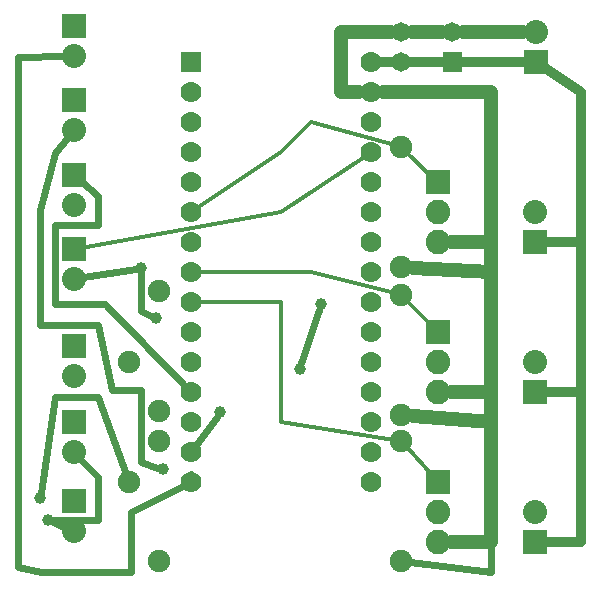
<source format=gbl>
G04 MADE WITH FRITZING*
G04 WWW.FRITZING.ORG*
G04 DOUBLE SIDED*
G04 HOLES PLATED*
G04 CONTOUR ON CENTER OF CONTOUR VECTOR*
%ASAXBY*%
%FSLAX23Y23*%
%MOIN*%
%OFA0B0*%
%SFA1.0B1.0*%
%ADD10C,0.070000*%
%ADD11C,0.080000*%
%ADD12C,0.082000*%
%ADD13C,0.075000*%
%ADD14C,0.065000*%
%ADD15C,0.039370*%
%ADD16R,0.069972X0.070000*%
%ADD17R,0.080000X0.080000*%
%ADD18R,0.082000X0.082000*%
%ADD19C,0.032000*%
%ADD20C,0.012000*%
%ADD21C,0.048000*%
%ADD22C,0.024000*%
%ADD23R,0.001000X0.001000*%
%LNCOPPER0*%
G90*
G70*
G54D10*
X611Y1730D03*
X611Y1630D03*
X611Y1530D03*
X611Y1430D03*
X611Y1330D03*
X611Y1230D03*
X611Y1130D03*
X611Y1030D03*
X611Y930D03*
X611Y830D03*
X611Y730D03*
X611Y630D03*
X611Y530D03*
X611Y430D03*
X611Y330D03*
X1211Y1730D03*
X1211Y1630D03*
X1211Y1530D03*
X1211Y1430D03*
X1211Y1330D03*
X1211Y1230D03*
X1211Y1130D03*
X1211Y1030D03*
X1211Y930D03*
X1211Y830D03*
X1211Y730D03*
X1211Y630D03*
X1211Y530D03*
X1211Y430D03*
X1211Y330D03*
G54D11*
X1759Y1730D03*
X1759Y1830D03*
X219Y267D03*
X219Y167D03*
X219Y530D03*
X219Y430D03*
X219Y786D03*
X219Y686D03*
X219Y1108D03*
X219Y1008D03*
X219Y1356D03*
X219Y1256D03*
X219Y1604D03*
X219Y1504D03*
X219Y1852D03*
X219Y1752D03*
X1756Y1130D03*
X1756Y1230D03*
X1756Y630D03*
X1756Y730D03*
X1756Y130D03*
X1756Y230D03*
G54D12*
X1433Y330D03*
X1433Y230D03*
X1433Y130D03*
X1433Y830D03*
X1433Y730D03*
X1433Y630D03*
X1433Y1330D03*
X1433Y1230D03*
X1433Y1130D03*
G54D13*
X504Y567D03*
X504Y967D03*
X404Y330D03*
X404Y730D03*
X504Y467D03*
X504Y67D03*
X1311Y467D03*
X1311Y67D03*
X1311Y956D03*
X1311Y556D03*
X1311Y1449D03*
X1311Y1049D03*
G54D14*
X1481Y1830D03*
X1481Y1730D03*
X1311Y1730D03*
X1311Y1830D03*
G54D15*
X516Y373D03*
X1044Y925D03*
X972Y709D03*
X708Y565D03*
X108Y277D03*
X132Y205D03*
X444Y1045D03*
X492Y877D03*
G54D16*
X611Y1730D03*
G54D17*
X1759Y1730D03*
X219Y267D03*
X219Y530D03*
X219Y786D03*
X219Y1108D03*
X219Y1356D03*
X219Y1604D03*
X219Y1852D03*
X1756Y1130D03*
X1756Y630D03*
X1756Y130D03*
G54D18*
X1433Y330D03*
X1433Y830D03*
X1433Y1330D03*
G54D19*
X1911Y1630D02*
X1911Y1130D01*
D02*
X1911Y1130D02*
X1792Y1130D01*
D02*
X1790Y1710D02*
X1911Y1630D01*
D02*
X1911Y1130D02*
X1911Y630D01*
D02*
X1911Y630D02*
X1792Y630D01*
D02*
X1792Y1130D02*
X1911Y1130D01*
D02*
X1911Y630D02*
X1911Y130D01*
D02*
X1911Y130D02*
X1792Y130D01*
D02*
X1792Y630D02*
X1911Y630D01*
G54D20*
D02*
X1328Y1432D02*
X1414Y1348D01*
D02*
X1327Y939D02*
X1415Y849D01*
D02*
X1326Y450D02*
X1416Y350D01*
G54D21*
D02*
X1111Y1830D02*
X1275Y1830D01*
D02*
X1111Y1630D02*
X1111Y1830D01*
D02*
X1171Y1630D02*
X1111Y1630D01*
D02*
X1517Y1830D02*
X1717Y1830D01*
D02*
X1411Y1830D02*
X1445Y1830D01*
D02*
X1347Y1830D02*
X1411Y1830D01*
D02*
X1611Y1130D02*
X1477Y1130D01*
D02*
X1611Y1630D02*
X1611Y1130D01*
D02*
X1251Y1630D02*
X1611Y1630D01*
D02*
X1611Y1030D02*
X1351Y1046D01*
D02*
X1611Y1130D02*
X1611Y1030D01*
D02*
X1477Y1130D02*
X1611Y1130D01*
D02*
X1611Y630D02*
X1477Y630D01*
D02*
X1611Y1030D02*
X1611Y630D01*
D02*
X1351Y1046D02*
X1611Y1030D01*
D02*
X1611Y530D02*
X1351Y552D01*
D02*
X1611Y630D02*
X1611Y530D01*
D02*
X1477Y630D02*
X1611Y630D01*
D02*
X1611Y130D02*
X1477Y130D01*
D02*
X1611Y530D02*
X1611Y130D01*
D02*
X1351Y552D02*
X1611Y530D01*
G54D22*
D02*
X1611Y30D02*
X1340Y64D01*
D02*
X1611Y130D02*
X1611Y30D01*
D02*
X1465Y130D02*
X1611Y130D01*
G54D20*
D02*
X911Y1430D02*
X631Y1243D01*
D02*
X1011Y1530D02*
X911Y1430D01*
D02*
X1289Y1455D02*
X1011Y1530D01*
D02*
X911Y1230D02*
X244Y1112D01*
D02*
X1192Y1417D02*
X911Y1230D01*
D02*
X911Y930D02*
X635Y930D01*
D02*
X911Y530D02*
X911Y930D01*
D02*
X1288Y471D02*
X911Y530D01*
D02*
X1289Y961D02*
X1011Y1030D01*
D02*
X1011Y1030D02*
X635Y1030D01*
G54D19*
D02*
X1411Y1730D02*
X1451Y1730D01*
D02*
X1342Y1730D02*
X1411Y1730D01*
D02*
X1246Y1730D02*
X1281Y1730D01*
D02*
X1611Y1730D02*
X1723Y1730D01*
D02*
X1512Y1730D02*
X1611Y1730D01*
G54D22*
D02*
X33Y47D02*
X33Y1747D01*
D02*
X411Y230D02*
X411Y30D01*
D02*
X411Y30D02*
X111Y30D01*
D02*
X611Y330D02*
X411Y230D01*
D02*
X111Y30D02*
X33Y47D01*
D02*
X33Y1747D02*
X187Y1751D01*
D02*
X611Y359D02*
X611Y330D01*
D02*
X242Y1335D02*
X300Y1284D01*
X300Y1285D02*
X300Y1189D01*
X300Y1189D02*
X156Y1189D01*
X156Y1189D02*
X156Y925D01*
X156Y925D02*
X324Y925D01*
X324Y925D02*
X591Y651D01*
D02*
X199Y1480D02*
X156Y1429D01*
X156Y1429D02*
X108Y1237D01*
X108Y1237D02*
X108Y853D01*
X108Y853D02*
X300Y853D01*
X300Y853D02*
X348Y637D01*
X348Y637D02*
X444Y637D01*
X444Y637D02*
X444Y397D01*
X444Y397D02*
X498Y379D01*
D02*
X1038Y906D02*
X978Y727D01*
D02*
X697Y549D02*
X628Y454D01*
D02*
X111Y295D02*
X156Y613D01*
X156Y613D02*
X300Y613D01*
X300Y613D02*
X394Y357D01*
D02*
X241Y408D02*
X300Y349D01*
X300Y349D02*
X300Y205D01*
X300Y205D02*
X151Y205D01*
D02*
X444Y1026D02*
X444Y901D01*
X444Y901D02*
X475Y885D01*
D02*
X190Y179D02*
X149Y197D01*
D02*
X249Y1013D02*
X425Y1041D01*
G54D23*
X1449Y1763D02*
X1513Y1763D01*
X1449Y1762D02*
X1513Y1762D01*
X1449Y1761D02*
X1513Y1761D01*
X1449Y1760D02*
X1513Y1760D01*
X1449Y1759D02*
X1513Y1759D01*
X1449Y1758D02*
X1513Y1758D01*
X1449Y1757D02*
X1513Y1757D01*
X1449Y1756D02*
X1513Y1756D01*
X1449Y1755D02*
X1513Y1755D01*
X1449Y1754D02*
X1513Y1754D01*
X1449Y1753D02*
X1513Y1753D01*
X1449Y1752D02*
X1513Y1752D01*
X1449Y1751D02*
X1513Y1751D01*
X1449Y1750D02*
X1513Y1750D01*
X1449Y1749D02*
X1513Y1749D01*
X1449Y1748D02*
X1513Y1748D01*
X1449Y1747D02*
X1513Y1747D01*
X1449Y1746D02*
X1513Y1746D01*
X1449Y1745D02*
X1513Y1745D01*
X1449Y1744D02*
X1476Y1744D01*
X1486Y1744D02*
X1513Y1744D01*
X1449Y1743D02*
X1473Y1743D01*
X1488Y1743D02*
X1513Y1743D01*
X1449Y1742D02*
X1472Y1742D01*
X1489Y1742D02*
X1513Y1742D01*
X1449Y1741D02*
X1471Y1741D01*
X1491Y1741D02*
X1513Y1741D01*
X1449Y1740D02*
X1470Y1740D01*
X1491Y1740D02*
X1513Y1740D01*
X1449Y1739D02*
X1469Y1739D01*
X1492Y1739D02*
X1513Y1739D01*
X1449Y1738D02*
X1468Y1738D01*
X1493Y1738D02*
X1513Y1738D01*
X1449Y1737D02*
X1468Y1737D01*
X1493Y1737D02*
X1513Y1737D01*
X1449Y1736D02*
X1467Y1736D01*
X1494Y1736D02*
X1513Y1736D01*
X1449Y1735D02*
X1467Y1735D01*
X1494Y1735D02*
X1513Y1735D01*
X1449Y1734D02*
X1467Y1734D01*
X1495Y1734D02*
X1513Y1734D01*
X1449Y1733D02*
X1466Y1733D01*
X1495Y1733D02*
X1513Y1733D01*
X1449Y1732D02*
X1466Y1732D01*
X1495Y1732D02*
X1513Y1732D01*
X1449Y1731D02*
X1466Y1731D01*
X1495Y1731D02*
X1513Y1731D01*
X1449Y1730D02*
X1466Y1730D01*
X1495Y1730D02*
X1513Y1730D01*
X1449Y1729D02*
X1466Y1729D01*
X1495Y1729D02*
X1513Y1729D01*
X1449Y1728D02*
X1467Y1728D01*
X1495Y1728D02*
X1513Y1728D01*
X1449Y1727D02*
X1467Y1727D01*
X1494Y1727D02*
X1513Y1727D01*
X1449Y1726D02*
X1467Y1726D01*
X1494Y1726D02*
X1513Y1726D01*
X1449Y1725D02*
X1468Y1725D01*
X1493Y1725D02*
X1513Y1725D01*
X1449Y1724D02*
X1468Y1724D01*
X1493Y1724D02*
X1513Y1724D01*
X1449Y1723D02*
X1469Y1723D01*
X1492Y1723D02*
X1513Y1723D01*
X1449Y1722D02*
X1470Y1722D01*
X1491Y1722D02*
X1513Y1722D01*
X1449Y1721D02*
X1471Y1721D01*
X1490Y1721D02*
X1513Y1721D01*
X1449Y1720D02*
X1472Y1720D01*
X1489Y1720D02*
X1513Y1720D01*
X1449Y1719D02*
X1473Y1719D01*
X1488Y1719D02*
X1513Y1719D01*
X1449Y1718D02*
X1476Y1718D01*
X1485Y1718D02*
X1513Y1718D01*
X1449Y1717D02*
X1513Y1717D01*
X1449Y1716D02*
X1513Y1716D01*
X1449Y1715D02*
X1513Y1715D01*
X1449Y1714D02*
X1513Y1714D01*
X1449Y1713D02*
X1513Y1713D01*
X1449Y1712D02*
X1513Y1712D01*
X1449Y1711D02*
X1513Y1711D01*
X1449Y1710D02*
X1513Y1710D01*
X1449Y1709D02*
X1513Y1709D01*
X1449Y1708D02*
X1513Y1708D01*
X1449Y1707D02*
X1513Y1707D01*
X1449Y1706D02*
X1513Y1706D01*
X1449Y1705D02*
X1513Y1705D01*
X1449Y1704D02*
X1513Y1704D01*
X1449Y1703D02*
X1513Y1703D01*
X1449Y1702D02*
X1513Y1702D01*
X1449Y1701D02*
X1513Y1701D01*
X1449Y1700D02*
X1513Y1700D01*
X1449Y1699D02*
X1513Y1699D01*
D02*
G04 End of Copper0*
M02*
</source>
